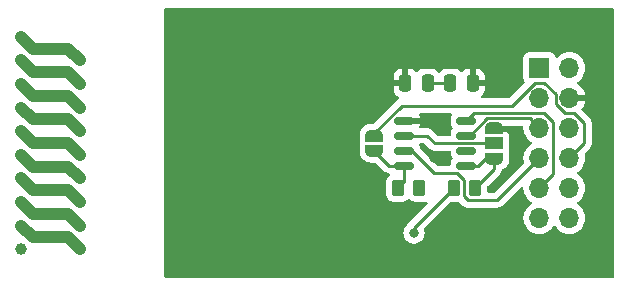
<source format=gbr>
%TF.GenerationSoftware,KiCad,Pcbnew,7.0.4*%
%TF.CreationDate,2023-05-26T13:22:51+02:00*%
%TF.ProjectId,RC_ST_868_PMOD,52435f53-545f-4383-9638-5f504d4f442e,rev?*%
%TF.SameCoordinates,Original*%
%TF.FileFunction,Copper,L2,Bot*%
%TF.FilePolarity,Positive*%
%FSLAX46Y46*%
G04 Gerber Fmt 4.6, Leading zero omitted, Abs format (unit mm)*
G04 Created by KiCad (PCBNEW 7.0.4) date 2023-05-26 13:22:51*
%MOMM*%
%LPD*%
G01*
G04 APERTURE LIST*
G04 Aperture macros list*
%AMRoundRect*
0 Rectangle with rounded corners*
0 $1 Rounding radius*
0 $2 $3 $4 $5 $6 $7 $8 $9 X,Y pos of 4 corners*
0 Add a 4 corners polygon primitive as box body*
4,1,4,$2,$3,$4,$5,$6,$7,$8,$9,$2,$3,0*
0 Add four circle primitives for the rounded corners*
1,1,$1+$1,$2,$3*
1,1,$1+$1,$4,$5*
1,1,$1+$1,$6,$7*
1,1,$1+$1,$8,$9*
0 Add four rect primitives between the rounded corners*
20,1,$1+$1,$2,$3,$4,$5,0*
20,1,$1+$1,$4,$5,$6,$7,0*
20,1,$1+$1,$6,$7,$8,$9,0*
20,1,$1+$1,$8,$9,$2,$3,0*%
%AMFreePoly0*
4,1,19,0.550000,-0.750000,0.000000,-0.750000,0.000000,-0.744911,-0.071157,-0.744911,-0.207708,-0.704816,-0.327430,-0.627875,-0.420627,-0.520320,-0.479746,-0.390866,-0.500000,-0.250000,-0.500000,0.250000,-0.479746,0.390866,-0.420627,0.520320,-0.327430,0.627875,-0.207708,0.704816,-0.071157,0.744911,0.000000,0.744911,0.000000,0.750000,0.550000,0.750000,0.550000,-0.750000,0.550000,-0.750000,
$1*%
%AMFreePoly1*
4,1,19,0.000000,0.744911,0.071157,0.744911,0.207708,0.704816,0.327430,0.627875,0.420627,0.520320,0.479746,0.390866,0.500000,0.250000,0.500000,-0.250000,0.479746,-0.390866,0.420627,-0.520320,0.327430,-0.627875,0.207708,-0.704816,0.071157,-0.744911,0.000000,-0.744911,0.000000,-0.750000,-0.550000,-0.750000,-0.550000,0.750000,0.000000,0.750000,0.000000,0.744911,0.000000,0.744911,
$1*%
%AMFreePoly2*
4,1,19,0.500000,-0.750000,0.000000,-0.750000,0.000000,-0.744911,-0.071157,-0.744911,-0.207708,-0.704816,-0.327430,-0.627875,-0.420627,-0.520320,-0.479746,-0.390866,-0.500000,-0.250000,-0.500000,0.250000,-0.479746,0.390866,-0.420627,0.520320,-0.327430,0.627875,-0.207708,0.704816,-0.071157,0.744911,0.000000,0.744911,0.000000,0.750000,0.500000,0.750000,0.500000,-0.750000,0.500000,-0.750000,
$1*%
%AMFreePoly3*
4,1,19,0.000000,0.744911,0.071157,0.744911,0.207708,0.704816,0.327430,0.627875,0.420627,0.520320,0.479746,0.390866,0.500000,0.250000,0.500000,-0.250000,0.479746,-0.390866,0.420627,-0.520320,0.327430,-0.627875,0.207708,-0.704816,0.071157,-0.744911,0.000000,-0.744911,0.000000,-0.750000,-0.500000,-0.750000,-0.500000,0.750000,0.000000,0.750000,0.000000,0.744911,0.000000,0.744911,
$1*%
G04 Aperture macros list end*
%TA.AperFunction,EtchedComponent*%
%ADD10C,1.000000*%
%TD*%
%TA.AperFunction,ComponentPad*%
%ADD11R,1.700000X1.700000*%
%TD*%
%TA.AperFunction,ComponentPad*%
%ADD12O,1.700000X1.700000*%
%TD*%
%TA.AperFunction,ComponentPad*%
%ADD13C,1.000000*%
%TD*%
%TA.AperFunction,SMDPad,CuDef*%
%ADD14RoundRect,0.250000X0.262500X0.450000X-0.262500X0.450000X-0.262500X-0.450000X0.262500X-0.450000X0*%
%TD*%
%TA.AperFunction,SMDPad,CuDef*%
%ADD15RoundRect,0.250000X0.250000X0.475000X-0.250000X0.475000X-0.250000X-0.475000X0.250000X-0.475000X0*%
%TD*%
%TA.AperFunction,SMDPad,CuDef*%
%ADD16FreePoly0,270.000000*%
%TD*%
%TA.AperFunction,SMDPad,CuDef*%
%ADD17R,1.500000X1.000000*%
%TD*%
%TA.AperFunction,SMDPad,CuDef*%
%ADD18FreePoly1,270.000000*%
%TD*%
%TA.AperFunction,SMDPad,CuDef*%
%ADD19RoundRect,0.250000X-0.250000X-0.475000X0.250000X-0.475000X0.250000X0.475000X-0.250000X0.475000X0*%
%TD*%
%TA.AperFunction,SMDPad,CuDef*%
%ADD20FreePoly2,90.000000*%
%TD*%
%TA.AperFunction,SMDPad,CuDef*%
%ADD21FreePoly3,90.000000*%
%TD*%
%TA.AperFunction,SMDPad,CuDef*%
%ADD22RoundRect,0.150000X-0.675000X-0.150000X0.675000X-0.150000X0.675000X0.150000X-0.675000X0.150000X0*%
%TD*%
%TA.AperFunction,ViaPad*%
%ADD23C,0.800000*%
%TD*%
%TA.AperFunction,Conductor*%
%ADD24C,0.250000*%
%TD*%
G04 APERTURE END LIST*
D10*
%TO.C,AE1*%
X106960000Y-57530000D02*
X109960000Y-57530000D01*
X109960000Y-57530000D02*
X110960000Y-58530000D01*
X105960000Y-56530000D02*
X106960000Y-57530000D01*
X106960000Y-55530000D02*
X109960000Y-55530000D01*
X109960000Y-55530000D02*
X110960000Y-56530000D01*
X105960000Y-54530000D02*
X106960000Y-55530000D01*
X106960000Y-53530000D02*
X109960000Y-53530000D01*
X109960000Y-53530000D02*
X110960000Y-54530000D01*
X105960000Y-52530000D02*
X106960000Y-53530000D01*
X106960000Y-51530000D02*
X109960000Y-51530000D01*
X109960000Y-51530000D02*
X110960000Y-52530000D01*
X105960000Y-50530000D02*
X106960000Y-51530000D01*
X106960000Y-49530000D02*
X109960000Y-49530000D01*
X109960000Y-49530000D02*
X110960000Y-50530000D01*
X105960000Y-48530000D02*
X106960000Y-49530000D01*
X106960000Y-47530000D02*
X109960000Y-47530000D01*
X109960000Y-47530000D02*
X110960000Y-48530000D01*
X105960000Y-46530000D02*
X106960000Y-47530000D01*
X106960000Y-45530000D02*
X109960000Y-45530000D01*
X109960000Y-45530000D02*
X110960000Y-46530000D01*
X105960000Y-44530000D02*
X106960000Y-45530000D01*
X106960000Y-43530000D02*
X109960000Y-43530000D01*
X109960000Y-43530000D02*
X110960000Y-44530000D01*
X105960000Y-42530000D02*
X106960000Y-43530000D01*
X106960000Y-41530000D02*
X109960000Y-41530000D01*
X109960000Y-41530000D02*
X110960000Y-42530000D01*
X105960000Y-40530000D02*
X106960000Y-41530000D01*
%TD*%
D11*
%TO.P,J1,1,Pin_1*%
%TO.N,VCC*%
X149860000Y-43180000D03*
D12*
%TO.P,J1,2,Pin_2*%
X152400000Y-43180000D03*
%TO.P,J1,3,Pin_3*%
%TO.N,GND*%
X149860000Y-45720000D03*
%TO.P,J1,4,Pin_4*%
X152400000Y-45720000D03*
%TO.P,J1,5,Pin_5*%
%TO.N,SCK*%
X149860000Y-48260000D03*
%TO.P,J1,6,Pin_6*%
%TO.N,unconnected-(J1-Pin_6-Pad6)*%
X152400000Y-48260000D03*
%TO.P,J1,7,Pin_7*%
%TO.N,MISO*%
X149860000Y-50800000D03*
%TO.P,J1,8,Pin_8*%
%TO.N,nCS2*%
X152400000Y-50800000D03*
%TO.P,J1,9,Pin_9*%
%TO.N,MOSI*%
X149860000Y-53340000D03*
%TO.P,J1,10,Pin_10*%
%TO.N,RESET*%
X152400000Y-53340000D03*
%TO.P,J1,11,Pin_11*%
%TO.N,nCS*%
X149860000Y-55880000D03*
%TO.P,J1,12,Pin_12*%
%TO.N,IRQ*%
X152400000Y-55880000D03*
%TD*%
D13*
%TO.P,AE1,*%
%TO.N,*%
X105960000Y-58530000D03*
X110960000Y-58530000D03*
X105960000Y-56530000D03*
X110960000Y-56530000D03*
X105960000Y-54530000D03*
X110960000Y-54530000D03*
X105960000Y-52530000D03*
X110960000Y-52530000D03*
X105960000Y-50530000D03*
X110960000Y-50530000D03*
X105960000Y-48530000D03*
X110960000Y-48530000D03*
X105960000Y-46530000D03*
X110960000Y-46530000D03*
X105960000Y-44530000D03*
X110960000Y-44530000D03*
X105960000Y-42530000D03*
X110960000Y-42530000D03*
X105960000Y-40530000D03*
%TD*%
D14*
%TO.P,R2,1*%
%TO.N,VCC*%
X144422500Y-53340000D03*
%TO.P,R2,2*%
%TO.N,nCS*%
X142597500Y-53340000D03*
%TD*%
D15*
%TO.P,C1,1*%
%TO.N,VCC*%
X140417500Y-44450000D03*
%TO.P,C1,2*%
%TO.N,GND*%
X138517500Y-44450000D03*
%TD*%
D16*
%TO.P,JP1,1,A*%
%TO.N,GND*%
X146050000Y-48260000D03*
D17*
%TO.P,JP1,2,C*%
%TO.N,Net-(JP1-C)*%
X146050000Y-49560000D03*
D18*
%TO.P,JP1,3,B*%
%TO.N,VCC*%
X146050000Y-50860000D03*
%TD*%
D14*
%TO.P,R1,1*%
%TO.N,VCC*%
X139700000Y-53340000D03*
%TO.P,R1,2*%
%TO.N,nCS_Flash*%
X137875000Y-53340000D03*
%TD*%
D19*
%TO.P,C2,1*%
%TO.N,VCC*%
X142327500Y-44450000D03*
%TO.P,C2,2*%
%TO.N,GND*%
X144227500Y-44450000D03*
%TD*%
D20*
%TO.P,JP2,1,A*%
%TO.N,nCS_Flash*%
X135890000Y-50195000D03*
D21*
%TO.P,JP2,2,B*%
%TO.N,nCS2*%
X135890000Y-48895000D03*
%TD*%
D22*
%TO.P,U2,1,~{CS}*%
%TO.N,nCS_Flash*%
X138430000Y-51435000D03*
%TO.P,U2,2,O1/SO*%
%TO.N,MISO*%
X138430000Y-50165000D03*
%TO.P,U2,3,~{WP}*%
%TO.N,Net-(JP1-C)*%
X138430000Y-48895000D03*
%TO.P,U2,4,VSS*%
%TO.N,GND*%
X138430000Y-47625000D03*
%TO.P,U2,5,SI/IO0*%
%TO.N,MOSI*%
X143680000Y-47625000D03*
%TO.P,U2,6,SCLK*%
%TO.N,SCK*%
X143680000Y-48895000D03*
%TO.P,U2,7,NC*%
%TO.N,unconnected-(U2-NC-Pad7)*%
X143680000Y-50165000D03*
%TO.P,U2,8,VCC*%
%TO.N,VCC*%
X143680000Y-51435000D03*
%TD*%
D23*
%TO.N,GND*%
X123825000Y-60325000D03*
X140970000Y-50800000D03*
X118745000Y-60325000D03*
X153035000Y-38735000D03*
X149225000Y-38735000D03*
X141605000Y-38735000D03*
X147320000Y-44450000D03*
X155575000Y-48895000D03*
X155575000Y-50165000D03*
X138430000Y-44450000D03*
X155575000Y-56515000D03*
X155575000Y-45085000D03*
X126365000Y-38735000D03*
X132715000Y-38735000D03*
X136525000Y-60325000D03*
X140335000Y-60325000D03*
X130175000Y-60325000D03*
X146685000Y-38735000D03*
X133985000Y-38735000D03*
X155575000Y-41275000D03*
X139065000Y-60325000D03*
X135255000Y-60325000D03*
X155575000Y-43815000D03*
X127635000Y-60325000D03*
X133985000Y-60325000D03*
X131445000Y-38735000D03*
X154305000Y-38735000D03*
X122555000Y-38735000D03*
X128905000Y-38735000D03*
X155575000Y-60325000D03*
X121285000Y-38735000D03*
X131445000Y-60325000D03*
X155575000Y-55245000D03*
X144145000Y-38735000D03*
X150495000Y-60325000D03*
X137795000Y-38735000D03*
X155575000Y-38735000D03*
X155575000Y-46355000D03*
X136525000Y-38735000D03*
X155575000Y-52705000D03*
X132715000Y-60325000D03*
X155575000Y-59055000D03*
X125095000Y-60325000D03*
X144145000Y-60325000D03*
X145415000Y-38735000D03*
X155575000Y-57785000D03*
X142875000Y-38735000D03*
X148590000Y-49530000D03*
X147955000Y-38735000D03*
X144145000Y-44450000D03*
X154305000Y-60325000D03*
X122555000Y-60325000D03*
X123825000Y-38735000D03*
X120015000Y-60325000D03*
X128905000Y-60325000D03*
X118745000Y-38735000D03*
X155575000Y-42545000D03*
X120015000Y-38735000D03*
X137795000Y-60325000D03*
X121285000Y-60325000D03*
X140335000Y-38735000D03*
X149225000Y-60325000D03*
X151765000Y-38735000D03*
X130175000Y-38735000D03*
X125095000Y-38735000D03*
X150495000Y-38735000D03*
X155575000Y-47625000D03*
X155575000Y-40005000D03*
X153035000Y-60325000D03*
X127635000Y-38735000D03*
X135255000Y-38735000D03*
X126365000Y-60325000D03*
X146685000Y-60325000D03*
X145415000Y-60325000D03*
X151765000Y-60325000D03*
X147955000Y-60325000D03*
X155575000Y-53975000D03*
X155575000Y-51435000D03*
X139065000Y-38735000D03*
X140970000Y-47625000D03*
X141605000Y-60325000D03*
X142875000Y-60325000D03*
%TO.N,nCS*%
X139240000Y-57155000D03*
%TO.N,VCC*%
X140505000Y-44450000D03*
X144422500Y-53250500D03*
X139700000Y-53250500D03*
X142240000Y-44450000D03*
%TD*%
D24*
%TO.N,nCS*%
X142597500Y-53340000D02*
X139240000Y-56697500D01*
X139240000Y-56697500D02*
X139240000Y-57155000D01*
%TO.N,SCK*%
X149035000Y-47435000D02*
X149860000Y-48260000D01*
X145458273Y-47435000D02*
X149035000Y-47435000D01*
X143680000Y-48895000D02*
X143998273Y-48895000D01*
X143998273Y-48895000D02*
X145458273Y-47435000D01*
%TO.N,MOSI*%
X150246701Y-46985000D02*
X144320000Y-46985000D01*
X149860000Y-53340000D02*
X151035000Y-52165000D01*
X144320000Y-46985000D02*
X143680000Y-47625000D01*
X151035000Y-52165000D02*
X151035000Y-47773299D01*
X151035000Y-47773299D02*
X150246701Y-46985000D01*
%TO.N,MISO*%
X142853173Y-52070000D02*
X140970000Y-52070000D01*
X149860000Y-50800000D02*
X146295000Y-54365000D01*
X143435000Y-52651827D02*
X142853173Y-52070000D01*
X140970000Y-52070000D02*
X139065000Y-50165000D01*
X146295000Y-54365000D02*
X143771827Y-54365000D01*
X143771827Y-54365000D02*
X143435000Y-54028173D01*
X143435000Y-54028173D02*
X143435000Y-52651827D01*
X139065000Y-50165000D02*
X138430000Y-50165000D01*
%TO.N,VCC*%
X140505000Y-44450000D02*
X142240000Y-44450000D01*
X146050000Y-51712500D02*
X146050000Y-50860000D01*
X144422500Y-53340000D02*
X146050000Y-51712500D01*
X143680000Y-51435000D02*
X144693604Y-51435000D01*
X144693604Y-51435000D02*
X145268604Y-50860000D01*
X139700000Y-53340000D02*
X139700000Y-53250500D01*
X145268604Y-50860000D02*
X146050000Y-50860000D01*
%TO.N,nCS2*%
X135890000Y-48895000D02*
X135890000Y-48668249D01*
X152008299Y-46990000D02*
X151221396Y-46203097D01*
X153670000Y-49530000D02*
X153670000Y-47868299D01*
X151221396Y-46203097D02*
X151221396Y-45419695D01*
X135890000Y-48668249D02*
X138203249Y-46355000D01*
X152400000Y-50800000D02*
X153670000Y-49530000D01*
X149468299Y-44450000D02*
X147563299Y-46355000D01*
X153670000Y-47868299D02*
X152791701Y-46990000D01*
X138203249Y-46355000D02*
X146050000Y-46355000D01*
X152791701Y-46990000D02*
X152008299Y-46990000D01*
X147563299Y-46355000D02*
X146050000Y-46355000D01*
X151221396Y-45419695D02*
X150251701Y-44450000D01*
X150251701Y-44450000D02*
X149468299Y-44450000D01*
%TO.N,Net-(JP1-C)*%
X140980000Y-49540000D02*
X140335000Y-48895000D01*
X146030000Y-49540000D02*
X140980000Y-49540000D01*
X146050000Y-49560000D02*
X146030000Y-49540000D01*
X140335000Y-48895000D02*
X138430000Y-48895000D01*
%TO.N,nCS_Flash*%
X138430000Y-52785000D02*
X137875000Y-53340000D01*
X137130000Y-51435000D02*
X135890000Y-50195000D01*
X138430000Y-51435000D02*
X137130000Y-51435000D01*
X138430000Y-51435000D02*
X138430000Y-52785000D01*
%TD*%
%TA.AperFunction,Conductor*%
%TO.N,GND*%
G36*
X148452411Y-48080502D02*
G01*
X148498904Y-48134158D01*
X148509810Y-48197479D01*
X148504341Y-48260000D01*
X148505148Y-48269220D01*
X148524937Y-48495411D01*
X148580414Y-48702454D01*
X148586097Y-48723663D01*
X148685965Y-48937830D01*
X148821505Y-49131401D01*
X148988599Y-49298495D01*
X148998457Y-49305398D01*
X149171819Y-49426787D01*
X149216147Y-49482244D01*
X149223456Y-49552863D01*
X149191425Y-49616224D01*
X149171819Y-49633213D01*
X148988602Y-49761502D01*
X148988596Y-49761507D01*
X148821507Y-49928596D01*
X148821498Y-49928607D01*
X148685966Y-50122167D01*
X148586098Y-50336334D01*
X148586096Y-50336338D01*
X148524937Y-50564588D01*
X148511097Y-50722781D01*
X148504341Y-50800000D01*
X148524937Y-51035408D01*
X148524938Y-51035413D01*
X148524937Y-51035413D01*
X148551556Y-51134758D01*
X148549866Y-51205735D01*
X148518944Y-51256463D01*
X146072814Y-53702595D01*
X146010502Y-53736620D01*
X145983719Y-53739500D01*
X145561500Y-53739500D01*
X145493379Y-53719498D01*
X145446886Y-53665842D01*
X145435500Y-53613500D01*
X145435499Y-53263779D01*
X145455501Y-53195659D01*
X145472399Y-53174689D01*
X146433631Y-52213457D01*
X146445968Y-52203576D01*
X146445770Y-52203337D01*
X146451871Y-52198289D01*
X146451877Y-52198286D01*
X146498594Y-52148536D01*
X146499908Y-52147180D01*
X146520120Y-52126970D01*
X146524347Y-52121519D01*
X146528182Y-52117028D01*
X146560062Y-52083082D01*
X146569637Y-52065662D01*
X146580493Y-52049139D01*
X146587242Y-52040438D01*
X146592674Y-52033436D01*
X146611170Y-51990689D01*
X146613760Y-51985401D01*
X146636197Y-51944592D01*
X146641139Y-51925341D01*
X146647538Y-51906650D01*
X146655438Y-51888395D01*
X146659396Y-51863395D01*
X146689805Y-51799246D01*
X146731500Y-51768493D01*
X146783155Y-51744904D01*
X146904226Y-51667097D01*
X147012887Y-51572943D01*
X147012890Y-51572940D01*
X147107139Y-51464170D01*
X147184871Y-51343216D01*
X147244658Y-51212300D01*
X147285165Y-51074345D01*
X147305647Y-50931889D01*
X147305647Y-50310000D01*
X147300500Y-50238039D01*
X147297108Y-50226490D01*
X147295752Y-50175589D01*
X147293248Y-50175320D01*
X147297999Y-50131138D01*
X147300500Y-50107873D01*
X147300499Y-49012128D01*
X147294091Y-48952517D01*
X147245826Y-48823111D01*
X147243798Y-48817673D01*
X147243796Y-48817670D01*
X147243796Y-48817669D01*
X147173425Y-48723665D01*
X147157546Y-48702453D01*
X147062411Y-48631236D01*
X147042331Y-48616204D01*
X147042329Y-48616203D01*
X147042326Y-48616201D01*
X146907483Y-48565909D01*
X146907486Y-48565909D01*
X146847878Y-48559500D01*
X145522552Y-48559500D01*
X145454431Y-48539498D01*
X145407938Y-48485842D01*
X145397834Y-48415568D01*
X145427328Y-48350988D01*
X145433437Y-48344424D01*
X145680458Y-48097404D01*
X145742771Y-48063379D01*
X145769554Y-48060500D01*
X148384290Y-48060500D01*
X148452411Y-48080502D01*
G37*
%TD.AperFunction*%
%TA.AperFunction,Conductor*%
G36*
X140091841Y-49540502D02*
G01*
X140112815Y-49557405D01*
X140479037Y-49923627D01*
X140488921Y-49935963D01*
X140489159Y-49935767D01*
X140494213Y-49941876D01*
X140543944Y-49988577D01*
X140545333Y-49989923D01*
X140565530Y-50010120D01*
X140570971Y-50014340D01*
X140575475Y-50018188D01*
X140609418Y-50050062D01*
X140622961Y-50057507D01*
X140626829Y-50059634D01*
X140643355Y-50070489D01*
X140659062Y-50082673D01*
X140659063Y-50082673D01*
X140659064Y-50082674D01*
X140701792Y-50101163D01*
X140707122Y-50103775D01*
X140732926Y-50117960D01*
X140747908Y-50126197D01*
X140767156Y-50131139D01*
X140785857Y-50137541D01*
X140794614Y-50141331D01*
X140804102Y-50145437D01*
X140804103Y-50145437D01*
X140804105Y-50145438D01*
X140831291Y-50149743D01*
X140850078Y-50152719D01*
X140855890Y-50153921D01*
X140900981Y-50165500D01*
X140920856Y-50165500D01*
X140940565Y-50167050D01*
X140960196Y-50170160D01*
X140993702Y-50166992D01*
X141006535Y-50165780D01*
X141012468Y-50165500D01*
X142228500Y-50165500D01*
X142296621Y-50185502D01*
X142343114Y-50239158D01*
X142354500Y-50291500D01*
X142354500Y-50380693D01*
X142357401Y-50417567D01*
X142357401Y-50417568D01*
X142403257Y-50575401D01*
X142486919Y-50716865D01*
X142491507Y-50722781D01*
X142517449Y-50788868D01*
X142503544Y-50858489D01*
X142491507Y-50877219D01*
X142486919Y-50883134D01*
X142403257Y-51024598D01*
X142357401Y-51182431D01*
X142357401Y-51182432D01*
X142354500Y-51219306D01*
X142354500Y-51318500D01*
X142334498Y-51386621D01*
X142280842Y-51433114D01*
X142228500Y-51444500D01*
X141281280Y-51444500D01*
X141213159Y-51424498D01*
X141192185Y-51407595D01*
X139790215Y-50005624D01*
X139756189Y-49943312D01*
X139753698Y-49926411D01*
X139752598Y-49912433D01*
X139752598Y-49912431D01*
X139752597Y-49912431D01*
X139706744Y-49754602D01*
X139680744Y-49710639D01*
X139663285Y-49641823D01*
X139685801Y-49574492D01*
X139741146Y-49530023D01*
X139789198Y-49520500D01*
X140023720Y-49520500D01*
X140091841Y-49540502D01*
G37*
%TD.AperFunction*%
%TA.AperFunction,Conductor*%
G36*
X142388923Y-47000502D02*
G01*
X142435416Y-47054158D01*
X142445520Y-47124432D01*
X142429255Y-47170640D01*
X142403256Y-47214600D01*
X142357401Y-47372431D01*
X142357401Y-47372432D01*
X142354500Y-47409306D01*
X142354500Y-47840693D01*
X142357401Y-47877567D01*
X142357401Y-47877568D01*
X142403257Y-48035401D01*
X142486919Y-48176865D01*
X142491507Y-48182781D01*
X142517449Y-48248868D01*
X142503544Y-48318489D01*
X142491507Y-48337219D01*
X142486919Y-48343134D01*
X142403257Y-48484598D01*
X142357401Y-48642431D01*
X142357401Y-48642432D01*
X142354500Y-48679306D01*
X142354500Y-48788500D01*
X142334498Y-48856621D01*
X142280842Y-48903114D01*
X142228500Y-48914500D01*
X141291281Y-48914500D01*
X141223160Y-48894498D01*
X141202185Y-48877595D01*
X141027044Y-48702454D01*
X140835958Y-48511367D01*
X140826075Y-48499031D01*
X140825837Y-48499229D01*
X140820788Y-48493126D01*
X140820786Y-48493123D01*
X140813033Y-48485842D01*
X140771055Y-48446421D01*
X140769665Y-48445074D01*
X140759554Y-48434963D01*
X140749476Y-48424884D01*
X140749469Y-48424878D01*
X140744023Y-48420652D01*
X140739514Y-48416801D01*
X140705583Y-48384938D01*
X140705581Y-48384937D01*
X140688157Y-48375358D01*
X140671633Y-48364503D01*
X140655937Y-48352328D01*
X140655936Y-48352327D01*
X140621025Y-48337219D01*
X140613206Y-48333835D01*
X140607875Y-48331223D01*
X140567094Y-48308804D01*
X140567090Y-48308802D01*
X140547846Y-48303861D01*
X140529143Y-48297458D01*
X140510896Y-48289562D01*
X140510893Y-48289561D01*
X140464923Y-48282280D01*
X140459111Y-48281076D01*
X140414020Y-48269500D01*
X140414019Y-48269500D01*
X140394144Y-48269500D01*
X140374434Y-48267949D01*
X140354804Y-48264840D01*
X140354803Y-48264840D01*
X140308465Y-48269220D01*
X140302532Y-48269500D01*
X139797912Y-48269500D01*
X139729791Y-48249498D01*
X139683298Y-48195842D01*
X139673194Y-48125568D01*
X139689458Y-48079361D01*
X139713681Y-48038401D01*
X139759993Y-47879000D01*
X138302000Y-47879000D01*
X138233879Y-47858998D01*
X138187386Y-47805342D01*
X138176000Y-47753000D01*
X138176000Y-47497000D01*
X138196002Y-47428879D01*
X138249658Y-47382386D01*
X138302000Y-47371000D01*
X139759992Y-47371000D01*
X139713681Y-47211598D01*
X139689458Y-47170639D01*
X139671999Y-47101822D01*
X139694516Y-47034491D01*
X139749861Y-46990022D01*
X139797912Y-46980500D01*
X142320802Y-46980500D01*
X142388923Y-47000502D01*
G37*
%TD.AperFunction*%
%TA.AperFunction,Conductor*%
G36*
X150399042Y-45486002D02*
G01*
X150420010Y-45502899D01*
X150558993Y-45641882D01*
X150593016Y-45704190D01*
X150595896Y-45730974D01*
X150595896Y-45848000D01*
X150575894Y-45916121D01*
X150522238Y-45962614D01*
X150469896Y-45974000D01*
X150291116Y-45974000D01*
X150319493Y-45929844D01*
X150360000Y-45791889D01*
X150360000Y-45648111D01*
X150319493Y-45510156D01*
X150291116Y-45466000D01*
X150330921Y-45466000D01*
X150399042Y-45486002D01*
G37*
%TD.AperFunction*%
%TA.AperFunction,Conductor*%
G36*
X151940507Y-45510156D02*
G01*
X151900000Y-45648111D01*
X151900000Y-45791889D01*
X151940507Y-45929844D01*
X151967951Y-45972548D01*
X151904775Y-45953998D01*
X151858282Y-45900342D01*
X151846896Y-45848000D01*
X151846896Y-45592000D01*
X151866898Y-45523879D01*
X151920554Y-45477386D01*
X151968232Y-45467014D01*
X151940507Y-45510156D01*
G37*
%TD.AperFunction*%
%TA.AperFunction,Conductor*%
G36*
X156126621Y-38145502D02*
G01*
X156173114Y-38199158D01*
X156184500Y-38251500D01*
X156184500Y-60808500D01*
X156164498Y-60876621D01*
X156110842Y-60923114D01*
X156058500Y-60934500D01*
X127000000Y-60934500D01*
X127000000Y-50266889D01*
X134634353Y-50266889D01*
X134644338Y-50336334D01*
X134654835Y-50409346D01*
X134654837Y-50409353D01*
X134695341Y-50547299D01*
X134708174Y-50575398D01*
X134755129Y-50678216D01*
X134755130Y-50678217D01*
X134755136Y-50678228D01*
X134832847Y-50799150D01*
X134832856Y-50799163D01*
X134832861Y-50799170D01*
X134832864Y-50799174D01*
X134927113Y-50907943D01*
X135035774Y-51002097D01*
X135156845Y-51079904D01*
X135287630Y-51139632D01*
X135287631Y-51139632D01*
X135288038Y-51139818D01*
X135289784Y-51140264D01*
X135425723Y-51180180D01*
X135568038Y-51200642D01*
X135623568Y-51200642D01*
X135623585Y-51200647D01*
X135675764Y-51200647D01*
X135958866Y-51200647D01*
X136026987Y-51220649D01*
X136047962Y-51237552D01*
X136629043Y-51818634D01*
X136638923Y-51830967D01*
X136639162Y-51830770D01*
X136644211Y-51836872D01*
X136644214Y-51836877D01*
X136672458Y-51863400D01*
X136693928Y-51883562D01*
X136695317Y-51884908D01*
X136705437Y-51895028D01*
X136715524Y-51905116D01*
X136715531Y-51905122D01*
X136720971Y-51909342D01*
X136725485Y-51913197D01*
X136759418Y-51945062D01*
X136776839Y-51954639D01*
X136793352Y-51965485D01*
X136809064Y-51977673D01*
X136809067Y-51977675D01*
X136851782Y-51996159D01*
X136857115Y-51998772D01*
X136897905Y-52021196D01*
X136897907Y-52021196D01*
X136897908Y-52021197D01*
X136917154Y-52026138D01*
X136935856Y-52032541D01*
X136954104Y-52040438D01*
X136981660Y-52044802D01*
X137000087Y-52047721D01*
X137005883Y-52048920D01*
X137050981Y-52060500D01*
X137070856Y-52060500D01*
X137090556Y-52062050D01*
X137097699Y-52063180D01*
X137100575Y-52063636D01*
X137164731Y-52094043D01*
X137202263Y-52154308D01*
X137201255Y-52225297D01*
X137162027Y-52284472D01*
X137147032Y-52295321D01*
X137143847Y-52297285D01*
X137143837Y-52297293D01*
X137019793Y-52421337D01*
X137019788Y-52421343D01*
X136927685Y-52570665D01*
X136872502Y-52737196D01*
X136872500Y-52737208D01*
X136862000Y-52839982D01*
X136862000Y-53840009D01*
X136872500Y-53942797D01*
X136927685Y-54109334D01*
X137019788Y-54258656D01*
X137019793Y-54258662D01*
X137143837Y-54382706D01*
X137143843Y-54382711D01*
X137143844Y-54382712D01*
X137201063Y-54418004D01*
X137293165Y-54474814D01*
X137459696Y-54529997D01*
X137459697Y-54529997D01*
X137459703Y-54529999D01*
X137562491Y-54540500D01*
X138187508Y-54540499D01*
X138187509Y-54540499D01*
X138290297Y-54529999D01*
X138456834Y-54474814D01*
X138606156Y-54382712D01*
X138610376Y-54378492D01*
X138698405Y-54290464D01*
X138760717Y-54256438D01*
X138831532Y-54261503D01*
X138876595Y-54290464D01*
X138968837Y-54382706D01*
X138968843Y-54382711D01*
X138968844Y-54382712D01*
X139026063Y-54418004D01*
X139118165Y-54474814D01*
X139284696Y-54529997D01*
X139284697Y-54529997D01*
X139284703Y-54529999D01*
X139387491Y-54540500D01*
X140012508Y-54540499D01*
X140012509Y-54540499D01*
X140115297Y-54529999D01*
X140220265Y-54495216D01*
X140291219Y-54492775D01*
X140352230Y-54529083D01*
X140383925Y-54592612D01*
X140376243Y-54663191D01*
X140348993Y-54703915D01*
X138856365Y-56196542D01*
X138844031Y-56206425D01*
X138844228Y-56206663D01*
X138838123Y-56211713D01*
X138791450Y-56261413D01*
X138790077Y-56262830D01*
X138769878Y-56283030D01*
X138765647Y-56288483D01*
X138761800Y-56292986D01*
X138729940Y-56326914D01*
X138729935Y-56326921D01*
X138720357Y-56344343D01*
X138709508Y-56360858D01*
X138697331Y-56376556D01*
X138697327Y-56376564D01*
X138678839Y-56419285D01*
X138676227Y-56424615D01*
X138665165Y-56444739D01*
X138637861Y-56476389D01*
X138639036Y-56477694D01*
X138634129Y-56482111D01*
X138507464Y-56622787D01*
X138412822Y-56786713D01*
X138412818Y-56786721D01*
X138354325Y-56966743D01*
X138334540Y-57155000D01*
X138354325Y-57343256D01*
X138412818Y-57523278D01*
X138412822Y-57523286D01*
X138507465Y-57687214D01*
X138507466Y-57687216D01*
X138634126Y-57827886D01*
X138787267Y-57939149D01*
X138787267Y-57939150D01*
X138834612Y-57960229D01*
X138960197Y-58016144D01*
X139145354Y-58055500D01*
X139334646Y-58055500D01*
X139519803Y-58016144D01*
X139692730Y-57939151D01*
X139692730Y-57939150D01*
X139692732Y-57939150D01*
X139692732Y-57939149D01*
X139845871Y-57827888D01*
X139972533Y-57687216D01*
X140067179Y-57523284D01*
X140125674Y-57343256D01*
X140145460Y-57155000D01*
X140125674Y-56966744D01*
X140083237Y-56836139D01*
X140081210Y-56765177D01*
X140113974Y-56708114D01*
X142244686Y-54577402D01*
X142306996Y-54543378D01*
X142333770Y-54540499D01*
X142910008Y-54540499D01*
X142989020Y-54532427D01*
X143058817Y-54545402D01*
X143090917Y-54568680D01*
X143270865Y-54748628D01*
X143280749Y-54760965D01*
X143280988Y-54760768D01*
X143286043Y-54766879D01*
X143335772Y-54813579D01*
X143337161Y-54814925D01*
X143346828Y-54824592D01*
X143357351Y-54835116D01*
X143357358Y-54835122D01*
X143362798Y-54839342D01*
X143367312Y-54843197D01*
X143401245Y-54875062D01*
X143418666Y-54884639D01*
X143435179Y-54895485D01*
X143450891Y-54907673D01*
X143490471Y-54924800D01*
X143493611Y-54926159D01*
X143498941Y-54928770D01*
X143539735Y-54951197D01*
X143558991Y-54956141D01*
X143577684Y-54962541D01*
X143595931Y-54970437D01*
X143641910Y-54977719D01*
X143647691Y-54978915D01*
X143692808Y-54990500D01*
X143712683Y-54990500D01*
X143732393Y-54992051D01*
X143733549Y-54992234D01*
X143752023Y-54995160D01*
X143786224Y-54991927D01*
X143798362Y-54990780D01*
X143804295Y-54990500D01*
X146212034Y-54990500D01*
X146227743Y-54992234D01*
X146227773Y-54991927D01*
X146235665Y-54992673D01*
X146235666Y-54992672D01*
X146235667Y-54992673D01*
X146266297Y-54991710D01*
X146303830Y-54990531D01*
X146305809Y-54990500D01*
X146334345Y-54990500D01*
X146334350Y-54990500D01*
X146341179Y-54989636D01*
X146347088Y-54989171D01*
X146393627Y-54987709D01*
X146412711Y-54982163D01*
X146432070Y-54978154D01*
X146451792Y-54975664D01*
X146495080Y-54958524D01*
X146500680Y-54956606D01*
X146545390Y-54943618D01*
X146562498Y-54933499D01*
X146580245Y-54924805D01*
X146598732Y-54917486D01*
X146636396Y-54890120D01*
X146641344Y-54886869D01*
X146681420Y-54863170D01*
X146695475Y-54849114D01*
X146710511Y-54836273D01*
X146726587Y-54824594D01*
X146756270Y-54788711D01*
X146760237Y-54784351D01*
X148289247Y-53255341D01*
X148351558Y-53221317D01*
X148422374Y-53226382D01*
X148479209Y-53268929D01*
X148503679Y-53334535D01*
X148503862Y-53334519D01*
X148503919Y-53335180D01*
X148504020Y-53335449D01*
X148504072Y-53336928D01*
X148524937Y-53575411D01*
X148586096Y-53803661D01*
X148586097Y-53803663D01*
X148685965Y-54017830D01*
X148821505Y-54211401D01*
X148988599Y-54378495D01*
X149171817Y-54506786D01*
X149171819Y-54506787D01*
X149216147Y-54562244D01*
X149223456Y-54632863D01*
X149191425Y-54696224D01*
X149171819Y-54713213D01*
X148988602Y-54841502D01*
X148988596Y-54841507D01*
X148821507Y-55008596D01*
X148821498Y-55008607D01*
X148685966Y-55202167D01*
X148586098Y-55416334D01*
X148586096Y-55416338D01*
X148524937Y-55644588D01*
X148504341Y-55879999D01*
X148524937Y-56115411D01*
X148572518Y-56292986D01*
X148586097Y-56343663D01*
X148685965Y-56557830D01*
X148821505Y-56751401D01*
X148988599Y-56918495D01*
X149182170Y-57054035D01*
X149396337Y-57153903D01*
X149624592Y-57215063D01*
X149860000Y-57235659D01*
X150095408Y-57215063D01*
X150323663Y-57153903D01*
X150537830Y-57054035D01*
X150731401Y-56918495D01*
X150898495Y-56751401D01*
X151026787Y-56568180D01*
X151082244Y-56523853D01*
X151152863Y-56516544D01*
X151216224Y-56548575D01*
X151233212Y-56568180D01*
X151361505Y-56751401D01*
X151528599Y-56918495D01*
X151722170Y-57054035D01*
X151936337Y-57153903D01*
X152164592Y-57215063D01*
X152400000Y-57235659D01*
X152635408Y-57215063D01*
X152863663Y-57153903D01*
X153077830Y-57054035D01*
X153271401Y-56918495D01*
X153438495Y-56751401D01*
X153574035Y-56557830D01*
X153673903Y-56343663D01*
X153735063Y-56115408D01*
X153755659Y-55880000D01*
X153735063Y-55644592D01*
X153673903Y-55416337D01*
X153574035Y-55202171D01*
X153574034Y-55202170D01*
X153574033Y-55202167D01*
X153438501Y-55008607D01*
X153438497Y-55008602D01*
X153438495Y-55008599D01*
X153271401Y-54841505D01*
X153262285Y-54835122D01*
X153088181Y-54713212D01*
X153043853Y-54657755D01*
X153036544Y-54587135D01*
X153068575Y-54523775D01*
X153088181Y-54506787D01*
X153271401Y-54378495D01*
X153438495Y-54211401D01*
X153574035Y-54017830D01*
X153673903Y-53803663D01*
X153735063Y-53575408D01*
X153755659Y-53340000D01*
X153735063Y-53104592D01*
X153673903Y-52876337D01*
X153574035Y-52662171D01*
X153574034Y-52662170D01*
X153574033Y-52662167D01*
X153438501Y-52468607D01*
X153438498Y-52468603D01*
X153438495Y-52468599D01*
X153271401Y-52301505D01*
X153262569Y-52295321D01*
X153088181Y-52173213D01*
X153043853Y-52117756D01*
X153036544Y-52047137D01*
X153068575Y-51983776D01*
X153088181Y-51966787D01*
X153271401Y-51838495D01*
X153438495Y-51671401D01*
X153574035Y-51477830D01*
X153673903Y-51263663D01*
X153735063Y-51035408D01*
X153755659Y-50800000D01*
X153735063Y-50564592D01*
X153708442Y-50465241D01*
X153710131Y-50394266D01*
X153741051Y-50343537D01*
X154053633Y-50030956D01*
X154065962Y-50021081D01*
X154065765Y-50020842D01*
X154071868Y-50015791D01*
X154071877Y-50015786D01*
X154118579Y-49966052D01*
X154119893Y-49964696D01*
X154140120Y-49944471D01*
X154144349Y-49939017D01*
X154148182Y-49934529D01*
X154180062Y-49900582D01*
X154189638Y-49883160D01*
X154200489Y-49866642D01*
X154212673Y-49850936D01*
X154231163Y-49808204D01*
X154233768Y-49802888D01*
X154256197Y-49762092D01*
X154261140Y-49742837D01*
X154267545Y-49724132D01*
X154275437Y-49705896D01*
X154282719Y-49659915D01*
X154283918Y-49654122D01*
X154295500Y-49609019D01*
X154295500Y-49589142D01*
X154297051Y-49569431D01*
X154297575Y-49566123D01*
X154300160Y-49549804D01*
X154297390Y-49520500D01*
X154295780Y-49503463D01*
X154295500Y-49497531D01*
X154295500Y-47951257D01*
X154297234Y-47935547D01*
X154296926Y-47935518D01*
X154297672Y-47927630D01*
X154295531Y-47859485D01*
X154295500Y-47857506D01*
X154295500Y-47828953D01*
X154295500Y-47828949D01*
X154294634Y-47822100D01*
X154294171Y-47816216D01*
X154292709Y-47769671D01*
X154287163Y-47750586D01*
X154283154Y-47731228D01*
X154280664Y-47711507D01*
X154263522Y-47668213D01*
X154261602Y-47662602D01*
X154259594Y-47655693D01*
X154248617Y-47617909D01*
X154238497Y-47600798D01*
X154229804Y-47583052D01*
X154222486Y-47564567D01*
X154195115Y-47526894D01*
X154191866Y-47521947D01*
X154168170Y-47481878D01*
X154168168Y-47481875D01*
X154154117Y-47467824D01*
X154141277Y-47452791D01*
X154129595Y-47436713D01*
X154129593Y-47436711D01*
X154122398Y-47430759D01*
X154093718Y-47407033D01*
X154089345Y-47403053D01*
X153449574Y-46763282D01*
X153415548Y-46700970D01*
X153420613Y-46630155D01*
X153445969Y-46588848D01*
X153475321Y-46556962D01*
X153598419Y-46368548D01*
X153688820Y-46162456D01*
X153688823Y-46162449D01*
X153736544Y-45974000D01*
X152831116Y-45974000D01*
X152859493Y-45929844D01*
X152900000Y-45791889D01*
X152900000Y-45648111D01*
X152859493Y-45510156D01*
X152831116Y-45466000D01*
X153736544Y-45466000D01*
X153736544Y-45465999D01*
X153688823Y-45277550D01*
X153688820Y-45277543D01*
X153598419Y-45071451D01*
X153475325Y-44883041D01*
X153322902Y-44717465D01*
X153145301Y-44579232D01*
X153145300Y-44579231D01*
X153105184Y-44557522D01*
X153054793Y-44507508D01*
X153039441Y-44438192D01*
X153064002Y-44371579D01*
X153092883Y-44343495D01*
X153271392Y-44218501D01*
X153271401Y-44218495D01*
X153438495Y-44051401D01*
X153574035Y-43857830D01*
X153673903Y-43643663D01*
X153735063Y-43415408D01*
X153755659Y-43180000D01*
X153735063Y-42944592D01*
X153673903Y-42716337D01*
X153574035Y-42502171D01*
X153574034Y-42502170D01*
X153574033Y-42502167D01*
X153438501Y-42308607D01*
X153438498Y-42308603D01*
X153438495Y-42308599D01*
X153271401Y-42141505D01*
X153077830Y-42005965D01*
X152863663Y-41906097D01*
X152863661Y-41906096D01*
X152635411Y-41844937D01*
X152458852Y-41829490D01*
X152400000Y-41824341D01*
X152399999Y-41824341D01*
X152164588Y-41844937D01*
X151936338Y-41906096D01*
X151936334Y-41906098D01*
X151722167Y-42005966D01*
X151528607Y-42141498D01*
X151528602Y-42141502D01*
X151408873Y-42261231D01*
X151346561Y-42295256D01*
X151275745Y-42290190D01*
X151218909Y-42247644D01*
X151201722Y-42216166D01*
X151153798Y-42087673D01*
X151153796Y-42087670D01*
X151153796Y-42087669D01*
X151092633Y-42005966D01*
X151067546Y-41972453D01*
X150978906Y-41906098D01*
X150952331Y-41886204D01*
X150952329Y-41886203D01*
X150952326Y-41886201D01*
X150817483Y-41835909D01*
X150817486Y-41835909D01*
X150757873Y-41829500D01*
X148962135Y-41829500D01*
X148962114Y-41829502D01*
X148902519Y-41835908D01*
X148902518Y-41835908D01*
X148767673Y-41886201D01*
X148767670Y-41886203D01*
X148652453Y-41972453D01*
X148566203Y-42087670D01*
X148566201Y-42087673D01*
X148515909Y-42222515D01*
X148509500Y-42282121D01*
X148509500Y-44077864D01*
X148509502Y-44077885D01*
X148515908Y-44137480D01*
X148515908Y-44137481D01*
X148566203Y-44272330D01*
X148584331Y-44296547D01*
X148609141Y-44363067D01*
X148594049Y-44432441D01*
X148572557Y-44461150D01*
X147341113Y-45692595D01*
X147278801Y-45726620D01*
X147252018Y-45729500D01*
X145049165Y-45729500D01*
X144981044Y-45709498D01*
X144934551Y-45655842D01*
X144924447Y-45585568D01*
X144953941Y-45520988D01*
X144960070Y-45514405D01*
X145076129Y-45398345D01*
X145076134Y-45398339D01*
X145169157Y-45247525D01*
X145224893Y-45079321D01*
X145224894Y-45079318D01*
X145235499Y-44975516D01*
X145235500Y-44975516D01*
X145235500Y-44704000D01*
X144099500Y-44704000D01*
X144031379Y-44683998D01*
X143984886Y-44630342D01*
X143973500Y-44578000D01*
X143973500Y-43217000D01*
X144481500Y-43217000D01*
X144481500Y-44196000D01*
X145235500Y-44196000D01*
X145235500Y-43924483D01*
X145224894Y-43820681D01*
X145224893Y-43820678D01*
X145169157Y-43652474D01*
X145076134Y-43501660D01*
X145076129Y-43501654D01*
X144950845Y-43376370D01*
X144950839Y-43376365D01*
X144800025Y-43283342D01*
X144631821Y-43227606D01*
X144631818Y-43227605D01*
X144528016Y-43217000D01*
X144481500Y-43217000D01*
X143973500Y-43217000D01*
X143926983Y-43217000D01*
X143823181Y-43227605D01*
X143823178Y-43227606D01*
X143654974Y-43283342D01*
X143504160Y-43376365D01*
X143504154Y-43376370D01*
X143378870Y-43501654D01*
X143374315Y-43507416D01*
X143372733Y-43506165D01*
X143327466Y-43546867D01*
X143257389Y-43558257D01*
X143192278Y-43529953D01*
X143174191Y-43511377D01*
X143170207Y-43506338D01*
X143046162Y-43382293D01*
X143046156Y-43382288D01*
X142896834Y-43290185D01*
X142730303Y-43235002D01*
X142730291Y-43235000D01*
X142627517Y-43224500D01*
X142027490Y-43224500D01*
X141924702Y-43235000D01*
X141758165Y-43290185D01*
X141608843Y-43382288D01*
X141608837Y-43382293D01*
X141484793Y-43506337D01*
X141484788Y-43506343D01*
X141479741Y-43514527D01*
X141426954Y-43562005D01*
X141356880Y-43573408D01*
X141291764Y-43545115D01*
X141265259Y-43514527D01*
X141260211Y-43506343D01*
X141260206Y-43506337D01*
X141136162Y-43382293D01*
X141136156Y-43382288D01*
X140986834Y-43290185D01*
X140820303Y-43235002D01*
X140820291Y-43235000D01*
X140717517Y-43224500D01*
X140117490Y-43224500D01*
X140014702Y-43235000D01*
X139848165Y-43290185D01*
X139698843Y-43382288D01*
X139698837Y-43382293D01*
X139574789Y-43506341D01*
X139570803Y-43511383D01*
X139512862Y-43552411D01*
X139441937Y-43555601D01*
X139380547Y-43519939D01*
X139370825Y-43507304D01*
X139370685Y-43507416D01*
X139366129Y-43501654D01*
X139240845Y-43376370D01*
X139240839Y-43376365D01*
X139090025Y-43283342D01*
X138921821Y-43227606D01*
X138921818Y-43227605D01*
X138818016Y-43217000D01*
X138771500Y-43217000D01*
X138771500Y-44578000D01*
X138751498Y-44646121D01*
X138697842Y-44692614D01*
X138645500Y-44704000D01*
X137509500Y-44704000D01*
X137509500Y-44975516D01*
X137520105Y-45079318D01*
X137520106Y-45079321D01*
X137575842Y-45247525D01*
X137668865Y-45398339D01*
X137668870Y-45398345D01*
X137794154Y-45523629D01*
X137794163Y-45523636D01*
X137898859Y-45588213D01*
X137946338Y-45640999D01*
X137957741Y-45711073D01*
X137929449Y-45776189D01*
X137904890Y-45796426D01*
X137905929Y-45797856D01*
X137861863Y-45829870D01*
X137856902Y-45833129D01*
X137816829Y-45856829D01*
X137802771Y-45870887D01*
X137787746Y-45883719D01*
X137778212Y-45890646D01*
X137771660Y-45895407D01*
X137741987Y-45931276D01*
X137737991Y-45935667D01*
X135821210Y-47852448D01*
X135758898Y-47886473D01*
X135732115Y-47889353D01*
X135623615Y-47889353D01*
X135623568Y-47889358D01*
X135568032Y-47889358D01*
X135434646Y-47908537D01*
X135434641Y-47908537D01*
X135431606Y-47908974D01*
X135425718Y-47909820D01*
X135287635Y-47950366D01*
X135287620Y-47950372D01*
X135156849Y-48010093D01*
X135156844Y-48010096D01*
X135035771Y-48087905D01*
X134927111Y-48182058D01*
X134832863Y-48290827D01*
X134755132Y-48411778D01*
X134755130Y-48411782D01*
X134755129Y-48411784D01*
X134751079Y-48420652D01*
X134695341Y-48542700D01*
X134654837Y-48680646D01*
X134654835Y-48680653D01*
X134654835Y-48680655D01*
X134634353Y-48823111D01*
X134634353Y-49395000D01*
X134636627Y-49426787D01*
X134639500Y-49466963D01*
X134650332Y-49503853D01*
X134654153Y-49557280D01*
X134634353Y-49695000D01*
X134634353Y-50266889D01*
X127000000Y-50266889D01*
X127000000Y-44196000D01*
X137509500Y-44196000D01*
X138263500Y-44196000D01*
X138263500Y-43217000D01*
X138216983Y-43217000D01*
X138113181Y-43227605D01*
X138113178Y-43227606D01*
X137944974Y-43283342D01*
X137794160Y-43376365D01*
X137794154Y-43376370D01*
X137668870Y-43501654D01*
X137668865Y-43501660D01*
X137575842Y-43652474D01*
X137520106Y-43820678D01*
X137520105Y-43820681D01*
X137509500Y-43924483D01*
X137509500Y-44196000D01*
X127000000Y-44196000D01*
X127000000Y-38125500D01*
X156058500Y-38125500D01*
X156126621Y-38145502D01*
G37*
%TD.AperFunction*%
%TD*%
%TA.AperFunction,Conductor*%
%TO.N,GND*%
G36*
X127000000Y-60934500D02*
G01*
X118209000Y-60934500D01*
X118150809Y-60915593D01*
X118114845Y-60866093D01*
X118110000Y-60835500D01*
X118110000Y-38224500D01*
X118128907Y-38166309D01*
X118178407Y-38130345D01*
X118209000Y-38125500D01*
X127000000Y-38125500D01*
X127000000Y-60934500D01*
G37*
%TD.AperFunction*%
%TD*%
M02*

</source>
